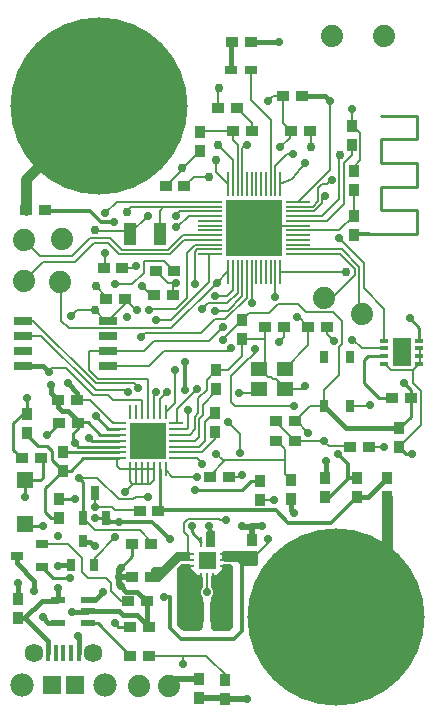
<source format=gbr>
G04 EAGLE Gerber RS-274X export*
G75*
%MOMM*%
%FSLAX34Y34*%
%LPD*%
%INTop Copper*%
%IPPOS*%
%AMOC8*
5,1,8,0,0,1.08239X$1,22.5*%
G01*
%ADD10R,0.900000X1.050000*%
%ADD11R,1.400000X1.400000*%
%ADD12R,1.200000X0.550000*%
%ADD13C,1.879600*%
%ADD14R,0.635000X1.016000*%
%ADD15R,1.050000X0.900000*%
%ADD16R,0.650000X1.250000*%
%ADD17R,1.200000X1.800000*%
%ADD18R,1.100000X0.650000*%
%ADD19R,0.270000X1.150000*%
%ADD20R,1.150000X0.270000*%
%ADD21R,3.150000X3.150000*%
%ADD22C,0.254000*%
%ADD23C,0.254000*%
%ADD24R,2.000000X0.200000*%
%ADD25R,0.200000X2.000000*%
%ADD26R,4.700000X4.700000*%
%ADD27C,0.908000*%
%ADD28R,0.750000X0.350000*%
%ADD29R,1.600000X2.400000*%
%ADD30R,1.650000X0.650000*%
%ADD31R,1.100000X0.750000*%
%ADD32R,0.250000X0.854000*%
%ADD33R,0.854000X0.250000*%
%ADD34C,0.043500*%
%ADD35R,1.100000X1.900000*%
%ADD36R,1.400000X1.200000*%
%ADD37R,0.650000X1.050000*%
%ADD38R,0.400000X1.350000*%
%ADD39C,1.582200*%
%ADD40C,1.980000*%
%ADD41R,1.500000X1.550000*%
%ADD42C,0.500000*%
%ADD43C,0.705600*%
%ADD44C,0.400000*%
%ADD45C,0.203200*%
%ADD46C,0.406400*%
%ADD47C,0.755600*%
%ADD48C,1.200000*%
%ADD49C,0.304800*%
%ADD50C,0.177800*%
%ADD51C,0.900000*%
%ADD52C,15.000000*%

G36*
X169054Y71657D02*
X169054Y71657D01*
X169108Y71655D01*
X169216Y71677D01*
X169326Y71691D01*
X169376Y71710D01*
X169430Y71721D01*
X169529Y71768D01*
X169632Y71808D01*
X169676Y71839D01*
X169725Y71862D01*
X169828Y71945D01*
X169901Y71995D01*
X169923Y72021D01*
X169954Y72046D01*
X170954Y73046D01*
X170988Y73089D01*
X171028Y73126D01*
X171088Y73217D01*
X171156Y73304D01*
X171178Y73354D01*
X171208Y73399D01*
X171245Y73503D01*
X171290Y73604D01*
X171299Y73657D01*
X171317Y73708D01*
X171332Y73839D01*
X171347Y73927D01*
X171345Y73961D01*
X171349Y74000D01*
X171349Y99587D01*
X171343Y99641D01*
X171345Y99695D01*
X171323Y99803D01*
X171309Y99913D01*
X171290Y99963D01*
X171279Y100017D01*
X171232Y100116D01*
X171192Y100219D01*
X171161Y100263D01*
X171138Y100312D01*
X171055Y100415D01*
X171005Y100488D01*
X170979Y100510D01*
X170954Y100541D01*
X170501Y100994D01*
X169693Y102944D01*
X169693Y105056D01*
X170501Y107006D01*
X170954Y107459D01*
X170988Y107502D01*
X171028Y107539D01*
X171088Y107630D01*
X171156Y107717D01*
X171178Y107767D01*
X171208Y107812D01*
X171245Y107916D01*
X171290Y108017D01*
X171299Y108070D01*
X171317Y108121D01*
X171332Y108252D01*
X171347Y108340D01*
X171345Y108374D01*
X171349Y108413D01*
X171349Y117000D01*
X171338Y117090D01*
X171337Y117181D01*
X171318Y117252D01*
X171309Y117326D01*
X171277Y117411D01*
X171254Y117498D01*
X171219Y117563D01*
X171192Y117632D01*
X171140Y117706D01*
X171097Y117786D01*
X171047Y117840D01*
X171005Y117901D01*
X170936Y117961D01*
X170874Y118028D01*
X170813Y118068D01*
X170758Y118116D01*
X170677Y118158D01*
X170601Y118208D01*
X170531Y118233D01*
X170466Y118266D01*
X170377Y118287D01*
X170292Y118317D01*
X170211Y118326D01*
X170147Y118341D01*
X170081Y118340D01*
X170000Y118349D01*
X167559Y118349D01*
X161349Y124559D01*
X161349Y126258D01*
X161343Y126312D01*
X161345Y126366D01*
X161323Y126474D01*
X161309Y126584D01*
X161290Y126634D01*
X161279Y126688D01*
X161232Y126787D01*
X161192Y126890D01*
X161161Y126934D01*
X161138Y126983D01*
X161055Y127086D01*
X161005Y127159D01*
X160979Y127181D01*
X160954Y127212D01*
X160720Y127446D01*
X160677Y127480D01*
X160640Y127520D01*
X160549Y127580D01*
X160462Y127648D01*
X160412Y127670D01*
X160367Y127700D01*
X160263Y127737D01*
X160162Y127782D01*
X160109Y127791D01*
X160058Y127809D01*
X159927Y127824D01*
X159839Y127839D01*
X159805Y127837D01*
X159766Y127841D01*
X153492Y127841D01*
X153438Y127835D01*
X153384Y127837D01*
X153276Y127815D01*
X153167Y127801D01*
X153116Y127782D01*
X153063Y127771D01*
X152963Y127724D01*
X152860Y127684D01*
X152816Y127653D01*
X152767Y127630D01*
X152664Y127547D01*
X152591Y127497D01*
X152569Y127471D01*
X152538Y127446D01*
X150046Y124954D01*
X150012Y124911D01*
X149972Y124874D01*
X149912Y124783D01*
X149844Y124696D01*
X149822Y124646D01*
X149792Y124601D01*
X149755Y124497D01*
X149710Y124396D01*
X149701Y124343D01*
X149683Y124292D01*
X149668Y124161D01*
X149653Y124073D01*
X149655Y124039D01*
X149651Y124000D01*
X149651Y77000D01*
X149657Y76946D01*
X149655Y76892D01*
X149677Y76784D01*
X149691Y76675D01*
X149710Y76624D01*
X149721Y76571D01*
X149768Y76471D01*
X149808Y76368D01*
X149839Y76324D01*
X149862Y76275D01*
X149945Y76172D01*
X149995Y76099D01*
X150021Y76077D01*
X150046Y76046D01*
X154046Y72046D01*
X154089Y72012D01*
X154126Y71972D01*
X154217Y71912D01*
X154304Y71844D01*
X154354Y71822D01*
X154399Y71792D01*
X154503Y71755D01*
X154604Y71710D01*
X154657Y71701D01*
X154708Y71683D01*
X154839Y71668D01*
X154927Y71653D01*
X154961Y71655D01*
X155000Y71651D01*
X169000Y71651D01*
X169054Y71657D01*
G37*
G36*
X194054Y71657D02*
X194054Y71657D01*
X194108Y71655D01*
X194216Y71677D01*
X194326Y71691D01*
X194376Y71710D01*
X194430Y71721D01*
X194529Y71768D01*
X194632Y71808D01*
X194676Y71839D01*
X194725Y71862D01*
X194828Y71945D01*
X194901Y71995D01*
X194923Y72021D01*
X194954Y72046D01*
X196954Y74046D01*
X196988Y74089D01*
X197028Y74126D01*
X197088Y74217D01*
X197156Y74304D01*
X197178Y74354D01*
X197208Y74399D01*
X197245Y74503D01*
X197290Y74604D01*
X197299Y74657D01*
X197317Y74708D01*
X197332Y74839D01*
X197347Y74927D01*
X197345Y74961D01*
X197349Y75000D01*
X197349Y125000D01*
X197343Y125054D01*
X197345Y125108D01*
X197323Y125216D01*
X197309Y125326D01*
X197290Y125376D01*
X197279Y125430D01*
X197232Y125529D01*
X197192Y125632D01*
X197161Y125676D01*
X197138Y125725D01*
X197055Y125828D01*
X197005Y125901D01*
X196979Y125923D01*
X196954Y125954D01*
X195462Y127446D01*
X195419Y127480D01*
X195382Y127520D01*
X195291Y127580D01*
X195204Y127648D01*
X195154Y127670D01*
X195109Y127700D01*
X195005Y127737D01*
X194904Y127782D01*
X194851Y127791D01*
X194800Y127809D01*
X194669Y127824D01*
X194581Y127839D01*
X194547Y127837D01*
X194508Y127841D01*
X189484Y127841D01*
X189394Y127830D01*
X189303Y127829D01*
X189232Y127810D01*
X189159Y127801D01*
X189073Y127769D01*
X188986Y127746D01*
X188921Y127711D01*
X188852Y127684D01*
X188778Y127632D01*
X188698Y127589D01*
X188644Y127539D01*
X188583Y127497D01*
X188537Y127444D01*
X188530Y127438D01*
X188480Y127388D01*
X188456Y127366D01*
X188453Y127361D01*
X188046Y126954D01*
X188012Y126911D01*
X187972Y126874D01*
X187912Y126783D01*
X187844Y126696D01*
X187822Y126646D01*
X187792Y126601D01*
X187755Y126497D01*
X187710Y126396D01*
X187701Y126343D01*
X187683Y126292D01*
X187668Y126161D01*
X187653Y126073D01*
X187655Y126039D01*
X187651Y126000D01*
X187651Y123559D01*
X182441Y118349D01*
X180000Y118349D01*
X179910Y118338D01*
X179819Y118337D01*
X179748Y118318D01*
X179675Y118309D01*
X179589Y118277D01*
X179502Y118254D01*
X179437Y118219D01*
X179368Y118192D01*
X179294Y118140D01*
X179214Y118097D01*
X179160Y118047D01*
X179099Y118005D01*
X179039Y117936D01*
X178972Y117874D01*
X178932Y117813D01*
X178884Y117758D01*
X178842Y117677D01*
X178792Y117601D01*
X178767Y117531D01*
X178734Y117466D01*
X178713Y117377D01*
X178683Y117292D01*
X178674Y117211D01*
X178659Y117147D01*
X178660Y117081D01*
X178651Y117000D01*
X178651Y108413D01*
X178657Y108359D01*
X178655Y108305D01*
X178677Y108197D01*
X178691Y108087D01*
X178710Y108037D01*
X178721Y107983D01*
X178768Y107884D01*
X178808Y107781D01*
X178839Y107737D01*
X178862Y107688D01*
X178945Y107585D01*
X178995Y107512D01*
X179021Y107490D01*
X179046Y107459D01*
X179499Y107006D01*
X180307Y105056D01*
X180307Y102944D01*
X179499Y100994D01*
X179046Y100541D01*
X179012Y100498D01*
X178972Y100461D01*
X178912Y100370D01*
X178844Y100283D01*
X178822Y100233D01*
X178792Y100188D01*
X178755Y100084D01*
X178710Y99983D01*
X178701Y99930D01*
X178683Y99879D01*
X178668Y99748D01*
X178653Y99660D01*
X178655Y99626D01*
X178651Y99587D01*
X178651Y74000D01*
X178657Y73946D01*
X178655Y73892D01*
X178677Y73784D01*
X178691Y73675D01*
X178710Y73624D01*
X178721Y73571D01*
X178768Y73471D01*
X178808Y73368D01*
X178839Y73324D01*
X178862Y73275D01*
X178945Y73172D01*
X178995Y73099D01*
X179021Y73077D01*
X179046Y73046D01*
X180046Y72046D01*
X180089Y72012D01*
X180126Y71972D01*
X180217Y71912D01*
X180304Y71844D01*
X180354Y71822D01*
X180399Y71792D01*
X180503Y71755D01*
X180604Y71710D01*
X180657Y71701D01*
X180708Y71683D01*
X180839Y71668D01*
X180927Y71653D01*
X180961Y71655D01*
X181000Y71651D01*
X194000Y71651D01*
X194054Y71657D01*
G37*
G36*
X134012Y112503D02*
X134012Y112503D01*
X134025Y112501D01*
X134109Y112523D01*
X134195Y112540D01*
X134205Y112548D01*
X134217Y112551D01*
X134353Y112647D01*
X152207Y130501D01*
X160000Y130501D01*
X160008Y130502D01*
X160017Y130501D01*
X160105Y130522D01*
X160195Y130540D01*
X160202Y130545D01*
X160210Y130547D01*
X160283Y130601D01*
X160359Y130653D01*
X160363Y130660D01*
X160370Y130665D01*
X160417Y130743D01*
X160466Y130820D01*
X160467Y130829D01*
X160472Y130836D01*
X160499Y131000D01*
X160499Y138000D01*
X160498Y138008D01*
X160499Y138017D01*
X160478Y138105D01*
X160460Y138195D01*
X160455Y138202D01*
X160453Y138210D01*
X160399Y138283D01*
X160347Y138359D01*
X160340Y138363D01*
X160335Y138370D01*
X160257Y138417D01*
X160180Y138466D01*
X160171Y138467D01*
X160164Y138472D01*
X160000Y138499D01*
X149000Y138499D01*
X148988Y138497D01*
X148975Y138499D01*
X148891Y138477D01*
X148805Y138460D01*
X148795Y138453D01*
X148783Y138449D01*
X148647Y138353D01*
X135793Y125499D01*
X130000Y125499D01*
X129988Y125497D01*
X129975Y125499D01*
X129891Y125477D01*
X129805Y125460D01*
X129795Y125453D01*
X129783Y125449D01*
X129647Y125353D01*
X127647Y123353D01*
X127640Y123342D01*
X127630Y123335D01*
X127586Y123260D01*
X127537Y123187D01*
X127535Y123175D01*
X127528Y123164D01*
X127501Y123000D01*
X127501Y113000D01*
X127502Y112992D01*
X127501Y112983D01*
X127522Y112895D01*
X127540Y112805D01*
X127545Y112798D01*
X127547Y112790D01*
X127601Y112717D01*
X127653Y112641D01*
X127660Y112637D01*
X127665Y112630D01*
X127743Y112583D01*
X127820Y112534D01*
X127829Y112533D01*
X127836Y112528D01*
X128000Y112501D01*
X134000Y112501D01*
X134012Y112503D01*
G37*
G36*
X216030Y126004D02*
X216030Y126004D01*
X216060Y126002D01*
X216229Y126024D01*
X216397Y126041D01*
X216426Y126050D01*
X216456Y126054D01*
X216617Y126109D01*
X216779Y126159D01*
X216806Y126173D01*
X216834Y126183D01*
X216980Y126269D01*
X217129Y126350D01*
X217153Y126370D01*
X217179Y126385D01*
X217305Y126498D01*
X217435Y126608D01*
X217454Y126632D01*
X217476Y126652D01*
X217577Y126788D01*
X217683Y126921D01*
X217697Y126948D01*
X217715Y126972D01*
X217787Y127125D01*
X217864Y127277D01*
X217872Y127306D01*
X217885Y127333D01*
X217925Y127499D01*
X217970Y127662D01*
X217973Y127692D01*
X217980Y127721D01*
X217999Y128000D01*
X217999Y137000D01*
X217996Y137030D01*
X217998Y137060D01*
X217976Y137229D01*
X217959Y137397D01*
X217950Y137426D01*
X217946Y137456D01*
X217891Y137617D01*
X217841Y137779D01*
X217827Y137806D01*
X217817Y137834D01*
X217731Y137980D01*
X217650Y138129D01*
X217630Y138153D01*
X217615Y138179D01*
X217502Y138305D01*
X217392Y138435D01*
X217369Y138454D01*
X217348Y138476D01*
X217212Y138577D01*
X217079Y138683D01*
X217052Y138697D01*
X217028Y138715D01*
X216875Y138787D01*
X216723Y138864D01*
X216694Y138872D01*
X216667Y138885D01*
X216501Y138925D01*
X216338Y138970D01*
X216308Y138973D01*
X216279Y138980D01*
X216000Y138999D01*
X190000Y138999D01*
X189970Y138996D01*
X189940Y138998D01*
X189771Y138976D01*
X189603Y138959D01*
X189574Y138950D01*
X189544Y138946D01*
X189383Y138891D01*
X189221Y138841D01*
X189194Y138827D01*
X189166Y138817D01*
X189020Y138731D01*
X188871Y138650D01*
X188847Y138630D01*
X188821Y138615D01*
X188695Y138502D01*
X188565Y138392D01*
X188546Y138369D01*
X188524Y138348D01*
X188423Y138212D01*
X188317Y138079D01*
X188303Y138052D01*
X188285Y138028D01*
X188213Y137875D01*
X188136Y137723D01*
X188128Y137694D01*
X188115Y137667D01*
X188075Y137501D01*
X188030Y137338D01*
X188027Y137308D01*
X188020Y137279D01*
X188001Y137000D01*
X188001Y132000D01*
X188004Y131970D01*
X188002Y131940D01*
X188024Y131771D01*
X188041Y131603D01*
X188050Y131574D01*
X188054Y131544D01*
X188109Y131383D01*
X188159Y131221D01*
X188173Y131194D01*
X188183Y131166D01*
X188269Y131020D01*
X188350Y130871D01*
X188370Y130847D01*
X188385Y130821D01*
X188498Y130695D01*
X188608Y130565D01*
X188632Y130546D01*
X188652Y130524D01*
X188788Y130423D01*
X188921Y130317D01*
X188948Y130303D01*
X188972Y130285D01*
X189125Y130213D01*
X189277Y130136D01*
X189306Y130128D01*
X189333Y130115D01*
X189499Y130075D01*
X189662Y130030D01*
X189692Y130027D01*
X189721Y130020D01*
X190000Y130001D01*
X201172Y130001D01*
X204586Y126586D01*
X204621Y126558D01*
X204652Y126524D01*
X204776Y126432D01*
X204896Y126334D01*
X204936Y126312D01*
X204972Y126285D01*
X205112Y126219D01*
X205249Y126147D01*
X205292Y126134D01*
X205333Y126115D01*
X205484Y126078D01*
X205632Y126035D01*
X205677Y126031D01*
X205721Y126020D01*
X206000Y126001D01*
X216000Y126001D01*
X216030Y126004D01*
G37*
G36*
X181008Y142502D02*
X181008Y142502D01*
X181017Y142501D01*
X181105Y142522D01*
X181195Y142540D01*
X181202Y142545D01*
X181210Y142547D01*
X181283Y142601D01*
X181359Y142653D01*
X181363Y142660D01*
X181370Y142665D01*
X181417Y142743D01*
X181466Y142820D01*
X181467Y142829D01*
X181472Y142836D01*
X181499Y143000D01*
X181499Y156000D01*
X181497Y156012D01*
X181499Y156025D01*
X181477Y156109D01*
X181460Y156195D01*
X181453Y156205D01*
X181449Y156217D01*
X181353Y156353D01*
X178853Y158853D01*
X178846Y158858D01*
X178841Y158865D01*
X178764Y158912D01*
X178687Y158963D01*
X178679Y158964D01*
X178672Y158969D01*
X178582Y158982D01*
X178492Y158999D01*
X178484Y158997D01*
X178475Y158999D01*
X178387Y158976D01*
X178298Y158956D01*
X178291Y158951D01*
X178283Y158949D01*
X178147Y158853D01*
X174647Y155353D01*
X174640Y155342D01*
X174630Y155335D01*
X174586Y155260D01*
X174537Y155187D01*
X174535Y155175D01*
X174528Y155164D01*
X174501Y155000D01*
X174501Y143000D01*
X174502Y142992D01*
X174501Y142983D01*
X174522Y142895D01*
X174540Y142805D01*
X174545Y142798D01*
X174547Y142790D01*
X174601Y142717D01*
X174653Y142641D01*
X174660Y142637D01*
X174665Y142630D01*
X174743Y142583D01*
X174820Y142534D01*
X174829Y142533D01*
X174836Y142528D01*
X175000Y142501D01*
X181000Y142501D01*
X181008Y142502D01*
G37*
D10*
X168400Y30500D03*
X168400Y14500D03*
X15000Y82000D03*
X15000Y98000D03*
X213360Y132570D03*
X213360Y148570D03*
D11*
X20600Y162100D03*
X20600Y199100D03*
D12*
X74700Y78500D03*
X74700Y88000D03*
X74700Y97500D03*
X48700Y97500D03*
X48700Y78500D03*
D13*
X142500Y24800D03*
X117100Y24800D03*
D14*
X69800Y147200D03*
X79300Y127200D03*
X60300Y127200D03*
D15*
X108000Y96380D03*
X124000Y96380D03*
X18400Y217400D03*
X34400Y217400D03*
D10*
X219600Y182600D03*
X219600Y198600D03*
D15*
X128000Y117000D03*
X112000Y117000D03*
D16*
X70500Y167000D03*
X89500Y167000D03*
X80000Y188000D03*
D15*
X49000Y267000D03*
X65000Y267000D03*
D17*
X183420Y87500D03*
X166420Y87500D03*
D10*
X190500Y14000D03*
X190500Y30000D03*
D15*
X110000Y50000D03*
X126000Y50000D03*
D18*
X35500Y125400D03*
X35500Y144600D03*
X14500Y135000D03*
D15*
X110000Y75000D03*
X126000Y75000D03*
D19*
X110000Y208500D03*
X115000Y208500D03*
X120000Y208500D03*
X125000Y208500D03*
X130000Y208500D03*
X135000Y208500D03*
X140000Y208500D03*
D20*
X149000Y217500D03*
X149000Y222500D03*
X149000Y227500D03*
X149000Y232500D03*
X149000Y237500D03*
X149000Y242500D03*
X149000Y247500D03*
D19*
X140000Y256500D03*
X135000Y256500D03*
X130000Y256500D03*
X125000Y256500D03*
X120000Y256500D03*
X115000Y256500D03*
X110000Y256500D03*
D20*
X101000Y247500D03*
X101000Y242500D03*
X101000Y237500D03*
X101000Y232500D03*
X101000Y227500D03*
X101000Y222500D03*
X101000Y217500D03*
D21*
X125000Y232500D03*
D10*
X23000Y255000D03*
X23000Y239000D03*
D15*
X22000Y427500D03*
X38000Y427500D03*
D10*
X327500Y184500D03*
X327500Y200500D03*
X302500Y184500D03*
X302500Y200500D03*
X275000Y184500D03*
X275000Y200500D03*
D15*
X134000Y173000D03*
X118000Y173000D03*
X49500Y247500D03*
X65500Y247500D03*
X233500Y232500D03*
X249500Y232500D03*
X177500Y202000D03*
X193500Y202000D03*
D10*
X182000Y255500D03*
X182000Y239500D03*
X246500Y199000D03*
X246500Y183000D03*
D15*
X128000Y145000D03*
X112000Y145000D03*
D10*
X50000Y183000D03*
X50000Y167000D03*
X53000Y223000D03*
X53000Y207000D03*
D22*
X312500Y407500D02*
X352500Y407500D01*
X352500Y427500D01*
X322500Y427500D01*
X322500Y447500D01*
X352500Y447500D01*
X352500Y467500D01*
X322500Y467500D01*
X322500Y487500D01*
X352500Y487500D01*
X352500Y507500D01*
X322500Y507500D01*
D23*
X312500Y407500D03*
D24*
X178000Y434500D03*
X178000Y430500D03*
X178000Y426500D03*
X178000Y422500D03*
X178000Y418500D03*
X178000Y414500D03*
X178000Y410500D03*
X178000Y406500D03*
X178000Y402500D03*
X178000Y398500D03*
X178000Y394500D03*
X178000Y390500D03*
D25*
X193000Y375500D03*
X197000Y375500D03*
X201000Y375500D03*
X205000Y375500D03*
X209000Y375500D03*
X213000Y375500D03*
X217000Y375500D03*
X221000Y375500D03*
X225000Y375500D03*
X229000Y375500D03*
X233000Y375500D03*
X237000Y375500D03*
D24*
X252000Y390500D03*
X252000Y394500D03*
X252000Y398500D03*
X252000Y402500D03*
X252000Y406500D03*
X252000Y410500D03*
X252000Y414500D03*
X252000Y418500D03*
X252000Y422500D03*
X252000Y426500D03*
X252000Y430500D03*
X252000Y434500D03*
D25*
X237000Y449500D03*
X233000Y449500D03*
X229000Y449500D03*
X225000Y449500D03*
X221000Y449500D03*
X217000Y449500D03*
X213000Y449500D03*
X209000Y449500D03*
X205000Y449500D03*
X201000Y449500D03*
X197000Y449500D03*
X193000Y449500D03*
D26*
X215000Y412500D03*
D27*
X197000Y430500D03*
X197000Y418500D03*
X197000Y406500D03*
X197000Y394500D03*
X209000Y430500D03*
X209000Y418500D03*
X209000Y406500D03*
X209000Y394500D03*
X221000Y430500D03*
X221000Y418500D03*
X221000Y406500D03*
X221000Y394500D03*
X233000Y430500D03*
X233000Y418500D03*
X233000Y406500D03*
X233000Y394500D03*
D15*
X87500Y378500D03*
X103500Y378500D03*
X140000Y448000D03*
X156000Y448000D03*
X105500Y352500D03*
X89500Y352500D03*
D10*
X205000Y334500D03*
X205000Y318500D03*
X299500Y423000D03*
X299500Y407000D03*
D15*
X240500Y329000D03*
X224500Y329000D03*
X261000Y329000D03*
X277000Y329000D03*
D10*
X299500Y444500D03*
X299500Y460500D03*
X297500Y483000D03*
X297500Y499000D03*
D15*
X262500Y494500D03*
X246500Y494500D03*
X255500Y524000D03*
X239500Y524000D03*
X184500Y514000D03*
X200500Y514000D03*
X213000Y495000D03*
X197000Y495000D03*
D10*
X338000Y243000D03*
X338000Y227000D03*
X169000Y493500D03*
X169000Y477500D03*
D28*
X325000Y317250D03*
X325000Y310750D03*
X325000Y304250D03*
X325000Y297750D03*
X355000Y297750D03*
X355000Y304250D03*
X355000Y310750D03*
X355000Y317250D03*
D29*
X340000Y307500D03*
D15*
X249500Y249000D03*
X233500Y249000D03*
X331500Y268500D03*
X347500Y268500D03*
D30*
X91000Y295950D03*
X91000Y308650D03*
X91000Y321350D03*
X91000Y334050D03*
X19000Y334050D03*
X19000Y321350D03*
X19000Y308650D03*
X19000Y295950D03*
D15*
X130500Y355500D03*
X146500Y355500D03*
X131500Y376500D03*
X147500Y376500D03*
X312500Y227500D03*
X296500Y227500D03*
D31*
X212500Y546000D03*
X195500Y546000D03*
D13*
X51000Y367000D03*
X52000Y403000D03*
X281000Y575000D03*
X20000Y402500D03*
X20000Y367500D03*
X306500Y340000D03*
X325000Y575000D03*
X274000Y353500D03*
D32*
X170000Y116230D03*
X175000Y116230D03*
X180000Y116230D03*
D33*
X190270Y126500D03*
X190270Y131500D03*
X190270Y136500D03*
D32*
X180000Y146770D03*
X175000Y146770D03*
X170000Y146770D03*
D33*
X159730Y136500D03*
X159730Y131500D03*
X159730Y126500D03*
D34*
X182033Y124467D02*
X182033Y138533D01*
X182033Y124467D02*
X167967Y124467D01*
X167967Y138533D01*
X182033Y138533D01*
X182033Y124880D02*
X167967Y124880D01*
X167967Y125293D02*
X182033Y125293D01*
X182033Y125706D02*
X167967Y125706D01*
X167967Y126119D02*
X182033Y126119D01*
X182033Y126532D02*
X167967Y126532D01*
X167967Y126945D02*
X182033Y126945D01*
X182033Y127358D02*
X167967Y127358D01*
X167967Y127771D02*
X182033Y127771D01*
X182033Y128184D02*
X167967Y128184D01*
X167967Y128597D02*
X182033Y128597D01*
X182033Y129010D02*
X167967Y129010D01*
X167967Y129423D02*
X182033Y129423D01*
X182033Y129836D02*
X167967Y129836D01*
X167967Y130249D02*
X182033Y130249D01*
X182033Y130662D02*
X167967Y130662D01*
X167967Y131075D02*
X182033Y131075D01*
X182033Y131488D02*
X167967Y131488D01*
X167967Y131901D02*
X182033Y131901D01*
X182033Y132314D02*
X167967Y132314D01*
X167967Y132727D02*
X182033Y132727D01*
X182033Y133140D02*
X167967Y133140D01*
X167967Y133553D02*
X182033Y133553D01*
X182033Y133966D02*
X167967Y133966D01*
X167967Y134379D02*
X182033Y134379D01*
X182033Y134792D02*
X167967Y134792D01*
X167967Y135205D02*
X182033Y135205D01*
X182033Y135618D02*
X167967Y135618D01*
X167967Y136031D02*
X182033Y136031D01*
X182033Y136444D02*
X167967Y136444D01*
X167967Y136857D02*
X182033Y136857D01*
X182033Y137270D02*
X167967Y137270D01*
X167967Y137683D02*
X182033Y137683D01*
X182033Y138096D02*
X167967Y138096D01*
X167967Y138509D02*
X182033Y138509D01*
D35*
X110000Y407500D03*
X135000Y407500D03*
D36*
X241000Y293500D03*
X219000Y293500D03*
X219000Y276500D03*
X241000Y276500D03*
D37*
X274250Y261750D03*
X274250Y303250D03*
X295750Y261750D03*
X295750Y303250D03*
D38*
X40500Y52480D03*
X47000Y52480D03*
X53500Y52480D03*
X60000Y52480D03*
X66500Y52480D03*
D39*
X28500Y52480D03*
X78500Y52480D03*
D40*
X18500Y25480D03*
X88500Y25480D03*
D41*
X43500Y25480D03*
X63500Y25480D03*
D15*
X196000Y570000D03*
X212000Y570000D03*
D10*
X183000Y276000D03*
X183000Y292000D03*
D42*
X112000Y117000D02*
X101000Y117000D01*
D43*
X101000Y117000D03*
X102000Y125000D03*
D42*
X101000Y117000D02*
X101000Y110000D01*
X102000Y109000D01*
D43*
X102000Y109000D03*
D42*
X213360Y148570D02*
X213360Y159670D01*
X213440Y159750D01*
D43*
X213440Y159750D03*
D42*
X213690Y160000D01*
X222000Y160000D01*
D43*
X222000Y160000D03*
D42*
X213440Y159750D02*
X205250Y159750D01*
X205000Y160000D01*
D43*
X205000Y160000D03*
D42*
X102000Y125000D02*
X101000Y124000D01*
X101000Y117000D01*
X168400Y14500D02*
X190000Y14500D01*
X190500Y14000D01*
X209000Y14000D01*
D43*
X209000Y14000D03*
D44*
X15000Y98000D02*
X15000Y112000D01*
D43*
X15000Y112000D03*
D44*
X66500Y66500D02*
X66500Y52480D01*
X66500Y66500D02*
X66000Y67000D01*
D43*
X66000Y67000D03*
D22*
X175000Y146770D02*
X177000Y148770D01*
X177000Y160000D01*
D43*
X177000Y160000D03*
D45*
X231000Y524000D02*
X239500Y524000D01*
X231000Y524000D02*
X227000Y520000D01*
D43*
X227000Y520000D03*
D45*
X297500Y499000D02*
X298000Y499500D01*
X298000Y513000D01*
D43*
X298000Y513000D03*
D45*
X258000Y279000D02*
X255500Y276500D01*
X241000Y276500D01*
D43*
X258000Y279000D03*
D45*
X283000Y317000D02*
X277000Y323000D01*
X277000Y329000D01*
D43*
X283000Y317000D03*
D44*
X43000Y280000D02*
X43000Y273000D01*
X49000Y267000D01*
D43*
X43000Y280000D03*
D44*
X49000Y267000D02*
X49000Y261000D01*
X52000Y258000D01*
X57000Y258000D01*
X65500Y249500D01*
X65500Y247500D01*
X275000Y200500D02*
X276000Y201500D01*
X276000Y215000D01*
D43*
X276000Y215000D03*
D44*
X246500Y183000D02*
X246500Y173500D01*
X249000Y171000D01*
D43*
X249000Y171000D03*
D45*
X175000Y116230D02*
X175000Y104000D01*
D43*
X175000Y104000D03*
D46*
X124000Y96380D02*
X124000Y77000D01*
X126000Y75000D01*
D22*
X112000Y135000D02*
X112000Y145000D01*
X112000Y135000D02*
X102000Y125000D01*
X101000Y227500D02*
X65830Y227500D01*
X63000Y230330D01*
D43*
X63000Y230330D03*
D22*
X65500Y242500D02*
X65500Y247500D01*
X65500Y242500D02*
X62000Y239000D01*
X62000Y231330D01*
X63000Y230330D01*
X84500Y237500D02*
X101000Y237500D01*
X84500Y237500D02*
X74000Y248000D01*
X66000Y248000D01*
X65500Y247500D01*
D45*
X80000Y188000D02*
X80000Y176000D01*
D43*
X80000Y176000D03*
D22*
X23000Y255000D02*
X23000Y269000D01*
D43*
X23000Y269000D03*
D22*
X11000Y224800D02*
X18400Y217400D01*
X11000Y247000D02*
X19000Y255000D01*
X23000Y255000D01*
X11000Y247000D02*
X11000Y224800D01*
X338000Y227000D02*
X344000Y221000D01*
X349000Y221000D01*
D43*
X349000Y221000D03*
D45*
X273500Y232500D02*
X249500Y232500D01*
X273500Y232500D02*
X274000Y232000D01*
D43*
X274000Y232000D03*
X205000Y203000D03*
D45*
X140000Y448000D02*
X154000Y462000D01*
X154000Y463000D01*
D47*
X154000Y463000D03*
D45*
X105500Y352500D02*
X105500Y348550D01*
X91000Y334050D01*
X154500Y463000D02*
X169000Y477500D01*
X154500Y463000D02*
X154000Y463000D01*
X239500Y501500D02*
X246500Y494500D01*
X239500Y501500D02*
X239500Y524000D01*
X91000Y334050D02*
X88950Y334050D01*
X80000Y343000D01*
D47*
X80000Y343000D03*
D45*
X233500Y248500D02*
X249500Y232500D01*
X233500Y248500D02*
X233500Y249000D01*
X355283Y304800D02*
X355283Y310515D01*
X355283Y304800D02*
X355000Y304250D01*
X355283Y310515D02*
X355000Y310750D01*
X330518Y292418D02*
X325755Y297180D01*
X330518Y292418D02*
X349568Y292418D01*
X354330Y297180D01*
X325755Y297180D02*
X325000Y297750D01*
X354330Y297180D02*
X355000Y297750D01*
X355283Y298133D02*
X355283Y303848D01*
X355000Y304250D01*
X355283Y298133D02*
X355000Y297750D01*
X117158Y173355D02*
X97155Y173355D01*
X94298Y176213D01*
X80963Y176213D01*
X117158Y173355D02*
X118000Y173000D01*
X80963Y176213D02*
X80000Y176000D01*
X278130Y227648D02*
X296228Y227648D01*
X278130Y227648D02*
X274320Y231458D01*
X296228Y227648D02*
X296500Y227500D01*
X274320Y231458D02*
X274000Y232000D01*
X223838Y299085D02*
X223838Y319000D01*
X223838Y328613D01*
X223838Y299085D02*
X219075Y294323D01*
X223838Y328613D02*
X224500Y329000D01*
X219075Y294323D02*
X219000Y293500D01*
X237173Y414338D02*
X251460Y414338D01*
X237173Y414338D02*
X233363Y418148D01*
X251460Y414338D02*
X252000Y414500D01*
X233363Y418148D02*
X233000Y418500D01*
X349568Y292418D02*
X349568Y280988D01*
X356235Y274320D01*
X356235Y245745D01*
X339090Y228600D01*
X338000Y227000D01*
X214313Y413385D02*
X209550Y418148D01*
X214313Y413385D02*
X215000Y412500D01*
X209550Y418148D02*
X209000Y418500D01*
X205000Y318500D02*
X223338Y318500D01*
X223838Y319000D01*
X219000Y293500D02*
X226500Y286000D01*
X229500Y286000D02*
X231250Y284250D01*
X233250Y284250D01*
X241000Y276500D01*
X229500Y286000D02*
X226500Y286000D01*
X115000Y343000D02*
X105500Y352500D01*
X115000Y343000D02*
X116000Y343000D01*
D43*
X116000Y343000D03*
D45*
X127500Y355500D02*
X130500Y355500D01*
X127500Y355500D02*
X120000Y363000D01*
D43*
X120000Y363000D03*
D45*
X113678Y378500D02*
X115178Y380000D01*
X113678Y378500D02*
X103500Y378500D01*
D43*
X115178Y380000D03*
X60000Y338000D03*
D45*
X65000Y343000D01*
X80000Y343000D01*
X183000Y292000D02*
X193000Y292000D01*
X205000Y304000D02*
X205000Y318500D01*
X205000Y304000D02*
X193000Y292000D01*
X205000Y449500D02*
X205000Y480000D01*
D43*
X209322Y483000D03*
D45*
X208000Y483000D01*
X205000Y480000D01*
D43*
X237000Y481000D03*
D45*
X245000Y489000D02*
X245000Y493000D01*
X245000Y489000D02*
X237000Y481000D01*
X245000Y493000D02*
X246500Y494500D01*
X160378Y237500D02*
X149000Y237500D01*
X160378Y237500D02*
X164878Y242000D01*
X167896Y255672D02*
X167896Y268493D01*
X175053Y275650D01*
X164878Y252654D02*
X164878Y242000D01*
X164878Y252654D02*
X167896Y255672D01*
X74700Y88000D02*
X73700Y87000D01*
D46*
X61000Y87000D01*
D43*
X61000Y87000D03*
D46*
X103593Y85086D02*
X115914Y85086D01*
X126000Y75000D01*
X100679Y88000D02*
X74700Y88000D01*
X100679Y88000D02*
X103593Y85086D01*
X106310Y104690D02*
X102000Y109000D01*
X115690Y104690D02*
X124000Y96380D01*
X115690Y104690D02*
X106310Y104690D01*
D45*
X299500Y460500D02*
X299500Y464500D01*
X304794Y469794D02*
X304794Y492706D01*
X298000Y499500D01*
X304794Y469794D02*
X299500Y464500D01*
D48*
X125000Y232500D03*
D45*
X175053Y284053D02*
X183000Y292000D01*
X175053Y284053D02*
X175053Y275650D01*
X205000Y203000D02*
X204000Y202000D01*
X193500Y202000D01*
D22*
X130000Y117000D02*
X128000Y117000D01*
D44*
X293000Y243000D02*
X338000Y243000D01*
X293000Y243000D02*
X274250Y261750D01*
X41000Y291000D02*
X36050Y295950D01*
X19000Y295950D01*
D43*
X41000Y291000D03*
D22*
X347500Y275500D02*
X347500Y268500D01*
X347500Y275500D02*
X342000Y281000D01*
D43*
X342000Y281000D03*
X347000Y336000D03*
D22*
X355000Y328000D01*
X355000Y317250D01*
X347500Y268500D02*
X347500Y252500D01*
X338000Y243000D01*
D44*
X279000Y520000D02*
X275000Y524000D01*
X255500Y524000D01*
D43*
X279000Y520000D03*
X236000Y570000D03*
D44*
X212000Y570000D01*
D45*
X279000Y520000D02*
X279000Y461500D01*
X252000Y434500D01*
D47*
X183000Y470000D03*
D45*
X183826Y458674D02*
X193000Y449500D01*
X183826Y458674D02*
X183826Y458827D01*
X183000Y459653D01*
X183000Y470000D01*
X120000Y267000D02*
X120000Y256500D01*
X120000Y267000D02*
X95747Y267000D01*
X78422Y271190D02*
X55806Y293806D01*
X91557Y271190D02*
X95747Y267000D01*
X91557Y271190D02*
X78422Y271190D01*
X55806Y293806D02*
X43806Y293806D01*
X41000Y291000D01*
X249500Y249000D02*
X262250Y261750D01*
X274250Y261750D01*
X128000Y117000D02*
X128588Y113348D01*
X144780Y327660D02*
X183487Y366367D01*
X192405Y375285D01*
X144780Y327660D02*
X57915Y327660D01*
X51435Y334140D01*
X51435Y366713D01*
X192405Y375285D02*
X193000Y375500D01*
X51435Y366713D02*
X51000Y367000D01*
X159068Y151448D02*
X159068Y137160D01*
X159068Y151448D02*
X155258Y155258D01*
X155258Y162878D01*
X250508Y249555D02*
X260985Y239078D01*
X159068Y137160D02*
X159730Y136500D01*
X249500Y249000D02*
X250508Y249555D01*
D43*
X191595Y165688D03*
X260985Y239078D03*
D45*
X189000Y318500D02*
X205000Y334500D01*
X189000Y318500D02*
X189000Y318000D01*
D43*
X189000Y318000D03*
X183487Y365940D03*
D45*
X183487Y366367D01*
X274250Y275250D02*
X274250Y261750D01*
X287000Y312059D02*
X289322Y314381D01*
X289322Y319619D01*
X289000Y319941D01*
X289000Y334000D01*
X282000Y341000D01*
X259000Y341000D02*
X252000Y348000D01*
X235187Y348000D01*
X211014Y340514D02*
X205000Y334500D01*
X227700Y340514D02*
X235187Y348000D01*
X227700Y340514D02*
X211014Y340514D01*
X274250Y275250D02*
X287000Y288000D01*
X287000Y312059D01*
X282000Y341000D02*
X259000Y341000D01*
X158702Y166322D02*
X155258Y162878D01*
X186000Y165688D02*
X191595Y165688D01*
X186000Y165688D02*
X185366Y166322D01*
X158702Y166322D01*
D44*
X48700Y78500D02*
X40500Y78500D01*
X36000Y83000D01*
D43*
X36000Y83000D03*
X29000Y105000D03*
D44*
X29000Y114000D01*
X14500Y128500D02*
X14500Y135000D01*
X14500Y128500D02*
X29000Y114000D01*
D42*
X142500Y24800D02*
X148200Y30500D01*
X168400Y30500D01*
D22*
X80500Y97500D02*
X74700Y97500D01*
D44*
X80500Y97500D02*
X87000Y104000D01*
D43*
X87000Y104000D03*
X80000Y143000D03*
D44*
X76000Y147000D01*
X70000Y147000D01*
X69800Y147200D01*
D43*
X97000Y365000D03*
D45*
X139000Y385000D02*
X147500Y376500D01*
X139000Y385000D02*
X121500Y385000D01*
X112000Y365000D02*
X97000Y365000D01*
X121500Y374500D02*
X121500Y385000D01*
X121500Y374500D02*
X112000Y365000D01*
X227000Y149000D02*
X227000Y146210D01*
X213360Y132570D01*
D43*
X227000Y149000D03*
D45*
X231400Y182600D02*
X219600Y182600D01*
X231400Y182600D02*
X232000Y182000D01*
D43*
X232000Y182000D03*
D22*
X22700Y160000D02*
X20600Y162100D01*
X22700Y160000D02*
X36000Y160000D01*
D43*
X36000Y160000D03*
X80000Y166658D03*
D22*
X80342Y167000D01*
X89500Y167000D01*
D45*
X80010Y133350D02*
X80010Y127635D01*
X80010Y133350D02*
X97155Y150495D01*
D49*
X93345Y163830D02*
X100965Y163830D01*
X93345Y163830D02*
X90488Y166688D01*
D45*
X80010Y127635D02*
X79300Y127200D01*
X90488Y166688D02*
X89500Y167000D01*
D49*
X100965Y163830D02*
X128873Y163830D01*
X143685Y100000D02*
X143685Y74248D01*
X153353Y64580D01*
X198215Y64580D01*
X204788Y71153D01*
X204788Y126683D01*
X206000Y128000D01*
D43*
X97155Y150495D03*
X100965Y163830D03*
D49*
X143703Y149000D02*
X144000Y149000D01*
D43*
X144000Y149000D03*
X138678Y100000D03*
D49*
X143685Y100000D01*
X143703Y149000D02*
X128873Y163830D01*
D44*
X48700Y97500D02*
X48200Y97000D01*
X35000Y97000D01*
X20000Y82000D02*
X15000Y82000D01*
X20000Y82000D02*
X35000Y97000D01*
X40500Y62500D02*
X40500Y52480D01*
X21000Y82000D02*
X20000Y82000D01*
X21000Y82000D02*
X40500Y62500D01*
X48700Y97500D02*
X48700Y107700D01*
D22*
X49000Y108000D01*
D43*
X49000Y108000D03*
X49000Y126000D03*
D22*
X50200Y127200D01*
D44*
X60300Y127200D01*
D43*
X49000Y152000D03*
D22*
X34100Y199100D02*
X20600Y199100D01*
X34100Y199100D02*
X36000Y201000D01*
X36000Y215800D01*
X34400Y217400D01*
D43*
X21000Y185000D03*
D22*
X20600Y185400D01*
X20600Y199100D01*
X162000Y154770D02*
X170000Y146770D01*
X162000Y154770D02*
X162000Y160000D01*
D43*
X162000Y160000D03*
X165000Y191000D03*
D22*
X212600Y198600D02*
X219600Y198600D01*
X205000Y191000D02*
X165000Y191000D01*
X205000Y191000D02*
X212600Y198600D01*
D45*
X80500Y157000D02*
X70500Y167000D01*
X80500Y157000D02*
X118000Y157000D01*
X128000Y147000D01*
X128000Y145000D01*
D43*
X57000Y281000D03*
D44*
X65000Y273000D01*
X65000Y267000D01*
D22*
X70500Y197500D02*
X70500Y167000D01*
X70500Y197500D02*
X67000Y201000D01*
D43*
X67000Y201000D03*
D45*
X94941Y248000D02*
X75941Y267000D01*
X65000Y267000D01*
X96000Y247500D02*
X101000Y247500D01*
X96000Y247500D02*
X95500Y248000D01*
X94941Y248000D01*
X233500Y232500D02*
X241000Y225000D01*
X241000Y204500D02*
X246500Y199000D01*
X241000Y216000D02*
X241000Y225000D01*
X241000Y216000D02*
X241000Y204500D01*
X177500Y202500D02*
X177500Y202000D01*
X205619Y215678D02*
X205941Y216000D01*
X241000Y216000D01*
X205619Y215678D02*
X190678Y215678D01*
X177500Y202500D01*
X188322Y215678D02*
X190678Y215678D01*
X188322Y215678D02*
X183000Y221000D01*
D43*
X183000Y221000D03*
X125000Y184806D03*
D45*
X114747Y184806D01*
X112619Y182678D01*
X100322Y182678D01*
X82000Y201000D01*
X67000Y201000D01*
D43*
X159366Y258366D03*
D45*
X159366Y243366D01*
X158500Y242500D02*
X149000Y242500D01*
X158500Y242500D02*
X159366Y243366D01*
D22*
X82500Y78500D02*
X74700Y78500D01*
X82500Y78500D02*
X110000Y50000D01*
D45*
X126000Y50000D02*
X155000Y50000D01*
X174500Y50000D01*
X192500Y32000D02*
X190500Y30000D01*
X192500Y32000D02*
X174500Y50000D01*
D43*
X182000Y342617D03*
X193000Y248000D03*
D45*
X203000Y238000D01*
X203000Y222000D01*
D43*
X203000Y222000D03*
X155000Y43000D03*
D45*
X155000Y50000D01*
X205000Y355000D02*
X205000Y375500D01*
X205000Y355000D02*
X192617Y342617D01*
X182000Y342617D01*
X108000Y96380D02*
X102620Y96380D01*
X94000Y105000D02*
X94000Y112000D01*
X90000Y116000D01*
X74000Y116000D01*
X69000Y121000D01*
X69000Y133000D01*
X57400Y144600D01*
X35500Y144600D01*
X94000Y105000D02*
X102620Y96380D01*
D22*
X100000Y75000D02*
X110000Y75000D01*
X100000Y75000D02*
X97000Y78000D01*
D43*
X97000Y78000D03*
X59000Y116000D03*
D22*
X44900Y116000D01*
X35500Y125400D01*
D43*
X107000Y337000D03*
D45*
X209000Y353612D02*
X209000Y375500D01*
X190710Y335322D02*
X181830Y335322D01*
X170358Y323850D01*
X122850Y323850D02*
X119000Y320000D01*
D43*
X119000Y320000D03*
D45*
X190710Y335322D02*
X209000Y353612D01*
X170358Y323850D02*
X122850Y323850D01*
X125000Y285000D02*
X125000Y256500D01*
X91000Y308650D02*
X75650Y308650D01*
X75000Y308000D01*
X75000Y292388D01*
X82388Y285000D01*
X125000Y285000D01*
X121650Y308650D02*
X91000Y308650D01*
X121650Y308650D02*
X130000Y317000D01*
X177000Y317000D02*
X189000Y329000D01*
D43*
X189000Y329000D03*
X182000Y355261D03*
D45*
X177000Y317000D02*
X130000Y317000D01*
X197000Y360000D02*
X197000Y375500D01*
X192261Y355261D02*
X182000Y355261D01*
X192261Y355261D02*
X197000Y360000D01*
X130000Y272424D02*
X130000Y256500D01*
X130000Y272424D02*
X131576Y274000D01*
D43*
X131576Y274000D03*
X117000Y277000D03*
D45*
X113000Y281000D01*
X81000Y281000D01*
X27950Y334050D02*
X19000Y334050D01*
X27950Y334050D02*
X81000Y281000D01*
X177165Y366665D02*
X177165Y389573D01*
X177165Y366665D02*
X144828Y334328D01*
X131923Y334328D01*
X177165Y389573D02*
X178000Y390500D01*
D43*
X131923Y334328D03*
D45*
X135000Y267560D02*
X135000Y256500D01*
X135000Y267560D02*
X141440Y274000D01*
D43*
X141440Y274000D03*
X108000Y274000D03*
D45*
X107000Y275000D01*
X34650Y321350D02*
X19000Y321350D01*
X81000Y275000D02*
X107000Y275000D01*
X81000Y275000D02*
X34650Y321350D01*
X166688Y394335D02*
X177165Y394335D01*
X166688Y394335D02*
X164783Y392430D01*
X164783Y364808D01*
X177165Y394335D02*
X178000Y394500D01*
D43*
X164783Y364808D03*
D45*
X148000Y264500D02*
X140000Y256500D01*
X148000Y264500D02*
X148000Y292000D01*
D43*
X148000Y292000D03*
X126000Y342694D03*
D45*
X127306Y344000D01*
X149112Y344000D01*
X177546Y398294D02*
X178000Y398384D01*
X178000Y398500D01*
X165258Y398294D02*
X158461Y391496D01*
X165258Y398294D02*
X177546Y398294D01*
X158461Y353349D02*
X149112Y344000D01*
X158461Y353349D02*
X158461Y391496D01*
X149543Y259080D02*
X149543Y247650D01*
X192061Y348939D02*
X200978Y357855D01*
X200978Y375285D01*
X149543Y247650D02*
X149000Y247500D01*
X200978Y375285D02*
X201000Y375500D01*
D43*
X166731Y276269D03*
D45*
X149543Y259080D01*
D43*
X171105Y344000D03*
D45*
X176043Y348939D01*
X192061Y348939D01*
D44*
X302500Y184500D02*
X311500Y184500D01*
X327500Y200500D01*
D45*
X135049Y208452D02*
X135000Y208500D01*
D22*
X135049Y208452D02*
X135049Y174230D01*
D45*
X134000Y173000D01*
D49*
X135255Y173355D02*
X233363Y173355D01*
X243840Y162878D01*
X280035Y162878D01*
X300990Y183833D01*
D45*
X135255Y173355D02*
X134000Y173000D01*
X300990Y183833D02*
X302500Y184500D01*
D49*
X279500Y184500D02*
X275000Y184500D01*
X295500Y200500D02*
X302500Y200500D01*
X295500Y200500D02*
X279500Y184500D01*
X76153Y426720D02*
X38100Y426720D01*
X76153Y426720D02*
X85678Y417195D01*
X96203Y417195D01*
X156210Y299000D02*
X156210Y275273D01*
D45*
X145733Y201930D02*
X166688Y201930D01*
X145733Y201930D02*
X140018Y207645D01*
X38100Y426720D02*
X38000Y427500D01*
X140000Y208500D02*
X140018Y207645D01*
D49*
X294323Y212408D02*
X294323Y201930D01*
X294323Y212408D02*
X285750Y220980D01*
X294323Y201930D02*
X295500Y200500D01*
D43*
X96203Y417195D03*
X156210Y275273D03*
X166688Y201930D03*
X285750Y220980D03*
X156210Y299000D03*
D22*
X101000Y217500D02*
X99000Y217500D01*
X70500Y217500D01*
X60000Y207000D02*
X53000Y207000D01*
X60000Y207000D02*
X70500Y217500D01*
X50000Y167000D02*
X43000Y167000D01*
X38000Y172000D02*
X38000Y192000D01*
X53000Y207000D01*
X38000Y172000D02*
X43000Y167000D01*
X53000Y207000D02*
X44000Y216000D01*
X44000Y224000D01*
X40000Y228000D01*
X32000Y228000D01*
X23000Y237000D01*
X23000Y239000D01*
D45*
X115000Y208500D02*
X120000Y208500D01*
X125000Y208500D01*
X130000Y208500D01*
X115000Y208500D02*
X110000Y208500D01*
X101500Y208500D01*
X99000Y211000D02*
X99000Y217500D01*
X99000Y211000D02*
X101500Y208500D01*
X110000Y208500D02*
X110000Y198000D01*
X112000Y196000D02*
X115000Y196000D01*
X120000Y196000D01*
X124000Y196000D01*
X127000Y196000D01*
X130000Y199000D01*
X130000Y208500D01*
X112000Y196000D02*
X110000Y198000D01*
X125000Y197000D02*
X125000Y208500D01*
X125000Y197000D02*
X124000Y196000D01*
X120000Y196000D02*
X120000Y208500D01*
X115000Y208500D02*
X115000Y196000D01*
X112000Y196000D02*
X112000Y195000D01*
X106000Y189000D01*
D43*
X106000Y189000D03*
X171000Y213000D03*
D45*
X166500Y217500D01*
X149000Y217500D01*
X165258Y232410D02*
X168688Y235840D01*
X165258Y232410D02*
X149543Y232410D01*
X149000Y232500D01*
X168688Y235840D02*
X168688Y251000D01*
X169190Y251503D01*
X169190Y251578D01*
X171706Y254094D01*
X183000Y274201D02*
X183000Y276000D01*
X183000Y274201D02*
X171706Y262907D01*
X171706Y254094D01*
X168164Y227500D02*
X149000Y227500D01*
X173000Y232336D02*
X173000Y248000D01*
X180000Y255500D02*
X182000Y255500D01*
X180000Y255500D02*
X180000Y255000D01*
X173000Y248000D01*
X173000Y232336D02*
X168164Y227500D01*
D22*
X101000Y242500D02*
X91500Y242500D01*
X81000Y253000D01*
D43*
X81000Y253000D03*
X40000Y237000D03*
D22*
X49500Y246500D02*
X49500Y247500D01*
X49500Y246500D02*
X40000Y237000D01*
X53500Y222500D02*
X101000Y222500D01*
X53500Y222500D02*
X53000Y223000D01*
D45*
X149000Y222500D02*
X170552Y222500D01*
X182000Y233948D02*
X182000Y239500D01*
X182000Y233948D02*
X170552Y222500D01*
D22*
X101000Y232500D02*
X77500Y232500D01*
X75000Y235000D01*
D43*
X75000Y235000D03*
X63000Y183000D03*
D22*
X50000Y183000D01*
D45*
X252118Y394383D02*
X252000Y394500D01*
X289186Y394383D02*
X303848Y379721D01*
X289186Y394383D02*
X252118Y394383D01*
X303848Y342653D02*
X306500Y340000D01*
X303848Y342653D02*
X303848Y379721D01*
X178000Y402500D02*
X155888Y402500D01*
X143578Y390190D01*
X100810Y390190D02*
X91000Y400000D01*
X79000Y400000D01*
X36500Y384000D02*
X20000Y367500D01*
X100810Y390190D02*
X143578Y390190D01*
X79000Y400000D02*
X63000Y384000D01*
X36500Y384000D01*
X154500Y406500D02*
X178000Y406500D01*
X103000Y394000D02*
X93000Y404000D01*
X76000Y404000D01*
X33500Y389000D02*
X20000Y402500D01*
X61000Y389000D02*
X76000Y404000D01*
X61000Y389000D02*
X33500Y389000D01*
X103000Y394000D02*
X142000Y394000D01*
X154500Y406500D01*
D47*
X293000Y375000D03*
D45*
X237500Y375000D01*
X237000Y375500D01*
X178000Y422500D02*
X159500Y422500D01*
X150000Y413000D02*
X149000Y413000D01*
D43*
X149000Y413000D03*
X149000Y366000D03*
D45*
X142000Y366000D01*
X131500Y376500D01*
X150000Y413000D02*
X159500Y422500D01*
X149000Y366000D02*
X146500Y363500D01*
X146500Y355500D01*
X312500Y227500D02*
X323500Y227500D01*
X324000Y228000D01*
X325000Y227000D01*
D43*
X325000Y227000D03*
X313000Y263000D03*
D45*
X311750Y261750D01*
X295750Y261750D01*
D43*
X249000Y262000D03*
D45*
X199000Y262000D01*
X210843Y302294D02*
X211294Y302294D01*
X216000Y307000D01*
X195678Y287129D02*
X195678Y265322D01*
X195678Y287129D02*
X210843Y302294D01*
X216000Y307000D02*
X216000Y310000D01*
D43*
X216000Y310000D03*
X232500Y354254D03*
D45*
X195678Y265322D02*
X199000Y262000D01*
X233000Y354754D02*
X233000Y375500D01*
X233000Y354754D02*
X232500Y354254D01*
X178000Y430500D02*
X138500Y430500D01*
X138000Y430000D02*
X135000Y427000D01*
X135000Y407500D01*
X156000Y448000D02*
X164000Y456000D01*
X177000Y456000D01*
D47*
X177000Y456000D03*
X107000Y426000D03*
D45*
X111000Y430000D01*
X138000Y430000D02*
X138500Y430500D01*
X138000Y430000D02*
X111000Y430000D01*
X98500Y434500D02*
X178000Y434500D01*
X98500Y434500D02*
X89000Y425000D01*
D43*
X89000Y425000D03*
X89000Y391000D03*
D45*
X89000Y380000D01*
X87500Y378500D01*
X152500Y426500D02*
X178000Y426500D01*
X152500Y426500D02*
X149000Y423000D01*
D43*
X149000Y423000D03*
X125000Y423000D03*
D45*
X110000Y408000D01*
X110000Y407500D01*
X89500Y354500D02*
X89500Y352500D01*
X89500Y354500D02*
X81000Y363000D01*
D47*
X81000Y363000D03*
X80000Y411000D03*
D45*
X81000Y410000D01*
X108000Y410000D01*
X110000Y408000D01*
X262500Y494500D02*
X263000Y494000D01*
X263000Y481000D01*
D47*
X263000Y481000D03*
X288000Y474000D03*
D45*
X287000Y473000D01*
X287000Y437000D01*
X272500Y422500D02*
X252000Y422500D01*
X272500Y422500D02*
X287000Y437000D01*
X297500Y474000D02*
X297500Y483000D01*
X297500Y474000D02*
X291000Y467500D01*
X291000Y433000D01*
X276500Y418500D02*
X252000Y418500D01*
X276500Y418500D02*
X291000Y433000D01*
X261000Y329000D02*
X261000Y313500D01*
X241000Y293500D01*
X261000Y329000D02*
X253000Y337000D01*
X251000Y337000D01*
D43*
X251000Y337000D03*
X275331Y440000D03*
D45*
X272810Y437480D01*
X272810Y433422D01*
X265888Y426500D02*
X252000Y426500D01*
X265888Y426500D02*
X272810Y433422D01*
X213000Y495000D02*
X213000Y501500D01*
X200500Y514000D01*
X197000Y487000D02*
X201000Y483000D01*
X197000Y487000D02*
X197000Y495000D01*
X201000Y483000D02*
X201000Y449500D01*
D50*
X169000Y493500D02*
X170500Y495000D01*
X197000Y495000D01*
D45*
X184500Y514000D02*
X184500Y530500D01*
X185000Y531000D01*
D47*
X185000Y531000D03*
X184000Y483000D03*
D45*
X197000Y470000D01*
X197000Y449500D01*
X213000Y375500D02*
X213164Y375336D01*
X213164Y348836D01*
D43*
X213164Y348836D03*
X195623Y310623D03*
D45*
X193322Y308322D02*
X138322Y308322D01*
X193322Y308322D02*
X195623Y310623D01*
X125950Y295950D02*
X91000Y295950D01*
X125950Y295950D02*
X138322Y308322D01*
X312238Y407762D02*
X312500Y407500D01*
D49*
X312238Y407762D02*
X300262Y407762D01*
D45*
X299500Y407000D01*
X287000Y410500D02*
X299500Y423000D01*
X287000Y410500D02*
X252000Y410500D01*
X299500Y423000D02*
X299500Y444500D01*
D22*
X320500Y268500D02*
X331500Y268500D01*
X325000Y304250D02*
X311250Y304250D01*
X308000Y281000D02*
X320500Y268500D01*
X308000Y281000D02*
X308000Y301000D01*
X311250Y304250D01*
D45*
X246670Y453985D02*
X258175Y467580D01*
X324803Y318135D02*
X325000Y317250D01*
X246670Y453985D02*
X237000Y449500D01*
D43*
X286703Y403860D03*
X258175Y467580D03*
D45*
X307658Y382905D02*
X307658Y361343D01*
X324803Y344198D02*
X324803Y318135D01*
X324803Y344198D02*
X307658Y361343D01*
X307658Y382905D02*
X286703Y403860D01*
X306250Y310750D02*
X325000Y310750D01*
X299000Y318000D02*
X298000Y318000D01*
D43*
X298000Y318000D03*
X248000Y475000D03*
D45*
X243000Y475000D01*
X299000Y318000D02*
X306250Y310750D01*
X233000Y465000D02*
X243000Y475000D01*
X233000Y465000D02*
X233000Y449657D01*
X232949Y449519D01*
X232968Y449500D01*
X233000Y449500D01*
X229000Y449500D02*
X229000Y504000D01*
X212500Y520500D02*
X212500Y546000D01*
X212500Y520500D02*
X229000Y504000D01*
X252073Y390573D02*
X252000Y390500D01*
X252073Y390573D02*
X287608Y390573D01*
X300038Y378143D01*
X300038Y372428D01*
X281940Y354330D01*
X274320Y354330D01*
X274000Y353500D01*
D51*
X327500Y184500D02*
X327500Y136500D01*
X284000Y93000D01*
D52*
X284000Y83000D03*
D51*
X284000Y93000D01*
X22000Y427500D02*
X22000Y454000D01*
X84000Y516000D01*
D52*
X84000Y516000D03*
D45*
X240500Y329000D02*
X240500Y320500D01*
X236000Y316000D01*
D43*
X236000Y316000D03*
X202000Y273000D03*
D45*
X215500Y273000D01*
X219000Y276500D01*
D43*
X280653Y453578D03*
D45*
X264500Y430500D02*
X252000Y430500D01*
X269000Y435000D02*
X269000Y446000D01*
X272578Y449578D01*
X276653Y449578D02*
X280653Y453578D01*
X276653Y449578D02*
X272578Y449578D01*
X269000Y435000D02*
X264500Y430500D01*
D44*
X195500Y546000D02*
X195500Y569500D01*
X196000Y570000D01*
M02*

</source>
